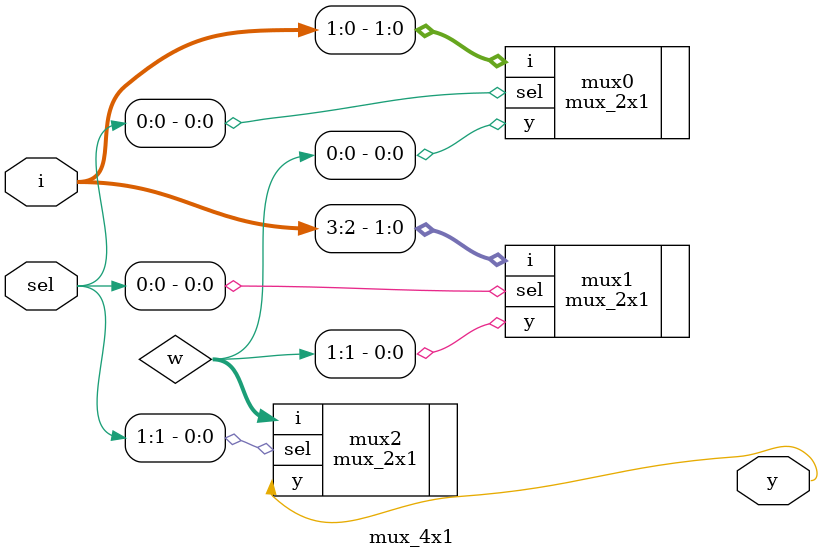
<source format=v>
`timescale 1ns / 1ps


module mux_4x1(
    input [3:0] i,
    input [1:0] sel,
    output y
    );
    
    wire [1:0] w;
    
    mux_2x1 mux0 (.i(i[1:0]) , .sel(sel[0]) ,.y(w[0]));
    mux_2x1 mux1 (.i(i[3:2]) , .sel(sel[0]) ,.y(w[1]));
    mux_2x1 mux2 (.i(w[1:0]) , .sel(sel[1]) ,.y(y));
    
endmodule

</source>
